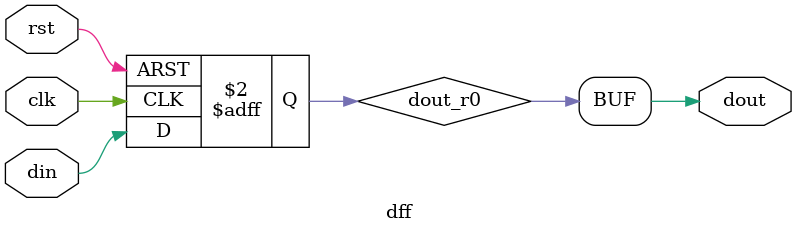
<source format=v>
module dff(
	   clk,
	   rst,
	   din,
	   dout
	   );
   input clk;
   input rst;
   input din;
   output dout;

   reg 	  dout_r0;
   
   always @( posedge clk or posedge rst ) begin
      if( rst )
	dout_r0 <= 1'b0;
      else
	dout_r0 <= din;
   end
   assign dout = dout_r0;
   
endmodule // dff

</source>
